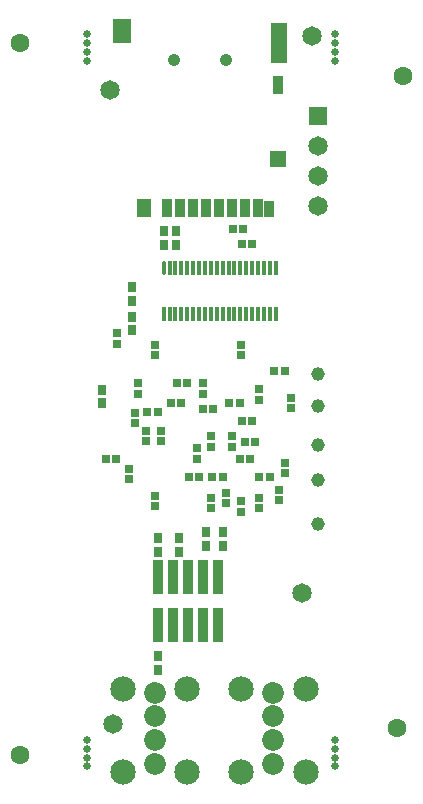
<source format=gbs>
G04*
G04 #@! TF.GenerationSoftware,Altium Limited,Altium Designer,21.8.1 (53)*
G04*
G04 Layer_Color=16711935*
%FSLAX25Y25*%
%MOIN*%
G70*
G04*
G04 #@! TF.SameCoordinates,1AEC3761-3BFF-49DB-B967-98B5A1D70BD2*
G04*
G04*
G04 #@! TF.FilePolarity,Negative*
G04*
G01*
G75*
%ADD50C,0.04528*%
%ADD51R,0.02953X0.03543*%
%ADD57R,0.03110X0.02953*%
%ADD60R,0.02953X0.03110*%
%ADD62C,0.06496*%
%ADD63C,0.02559*%
%ADD64C,0.06299*%
%ADD65R,0.06496X0.06496*%
%ADD66C,0.07284*%
%ADD67C,0.08465*%
%ADD68C,0.04134*%
%ADD91R,0.03504X0.11575*%
G04:AMPARAMS|DCode=92|XSize=45.28mil|YSize=15.75mil|CornerRadius=5.41mil|HoleSize=0mil|Usage=FLASHONLY|Rotation=270.000|XOffset=0mil|YOffset=0mil|HoleType=Round|Shape=RoundedRectangle|*
%AMROUNDEDRECTD92*
21,1,0.04528,0.00492,0,0,270.0*
21,1,0.03445,0.01575,0,0,270.0*
1,1,0.01083,-0.00246,-0.01722*
1,1,0.01083,-0.00246,0.01722*
1,1,0.01083,0.00246,0.01722*
1,1,0.01083,0.00246,-0.01722*
%
%ADD92ROUNDEDRECTD92*%
%ADD93R,0.01575X0.04528*%
%ADD94R,0.03740X0.06102*%
%ADD95R,0.05315X0.05315*%
%ADD96R,0.05315X0.13189*%
%ADD97R,0.06496X0.08071*%
%ADD98R,0.04528X0.06102*%
%ADD99R,0.03347X0.05315*%
%ADD100R,0.03347X0.06102*%
D50*
X76772Y117126D02*
D03*
Y128937D02*
D03*
Y141732D02*
D03*
Y152559D02*
D03*
Y102362D02*
D03*
D51*
X23622Y53839D02*
D03*
Y58366D02*
D03*
Y97736D02*
D03*
Y93209D02*
D03*
X45276Y99705D02*
D03*
Y95177D02*
D03*
X39370Y99705D02*
D03*
Y95177D02*
D03*
X4921Y142717D02*
D03*
Y147244D02*
D03*
X30512Y97736D02*
D03*
Y93209D02*
D03*
X14764Y181398D02*
D03*
Y176870D02*
D03*
Y167028D02*
D03*
Y171555D02*
D03*
X29528Y200098D02*
D03*
Y195571D02*
D03*
X25591Y200098D02*
D03*
Y195571D02*
D03*
D57*
X57087Y107756D02*
D03*
Y111221D02*
D03*
X63976Y113937D02*
D03*
Y110472D02*
D03*
X36417Y127717D02*
D03*
Y124252D02*
D03*
X48228Y131653D02*
D03*
Y128189D02*
D03*
X41339Y128189D02*
D03*
Y131653D02*
D03*
X51181Y106535D02*
D03*
Y110000D02*
D03*
X65945Y122795D02*
D03*
Y119331D02*
D03*
X15748Y139528D02*
D03*
Y136063D02*
D03*
X19685Y133622D02*
D03*
Y130157D02*
D03*
X16732Y149370D02*
D03*
Y145905D02*
D03*
X24606Y133622D02*
D03*
Y130157D02*
D03*
X13780Y117362D02*
D03*
Y120827D02*
D03*
X51181Y158701D02*
D03*
Y162165D02*
D03*
X22638Y162165D02*
D03*
Y158701D02*
D03*
Y108504D02*
D03*
Y111969D02*
D03*
X9843Y162638D02*
D03*
Y166102D02*
D03*
X57087Y147402D02*
D03*
Y143937D02*
D03*
X46260Y109488D02*
D03*
Y112953D02*
D03*
X41339Y111221D02*
D03*
Y107756D02*
D03*
X38386Y145905D02*
D03*
Y149370D02*
D03*
X67913Y140984D02*
D03*
Y144449D02*
D03*
D60*
X38386Y140748D02*
D03*
X41850D02*
D03*
X60787Y118110D02*
D03*
X57323D02*
D03*
X19921Y139764D02*
D03*
X23386D02*
D03*
X51417Y195866D02*
D03*
X54882D02*
D03*
X51929Y200787D02*
D03*
X48465D02*
D03*
X54882Y136811D02*
D03*
X51417D02*
D03*
X41575Y118110D02*
D03*
X45039D02*
D03*
X54331Y124016D02*
D03*
X50866D02*
D03*
X9606Y124016D02*
D03*
X6142D02*
D03*
X33228Y149606D02*
D03*
X29764D02*
D03*
X62244Y153543D02*
D03*
X65709D02*
D03*
X33701Y118110D02*
D03*
X37165D02*
D03*
X55866Y129921D02*
D03*
X52402D02*
D03*
X47244Y142717D02*
D03*
X50709D02*
D03*
X31260D02*
D03*
X27795D02*
D03*
D62*
X71612Y79605D02*
D03*
X8563Y35925D02*
D03*
X74689Y265112D02*
D03*
X7465Y247100D02*
D03*
X76772Y208504D02*
D03*
Y218504D02*
D03*
Y228504D02*
D03*
D63*
X0Y21654D02*
D03*
Y24606D02*
D03*
Y27559D02*
D03*
Y30512D02*
D03*
X82677Y21654D02*
D03*
Y24606D02*
D03*
Y27559D02*
D03*
Y30512D02*
D03*
Y265748D02*
D03*
Y262795D02*
D03*
Y259842D02*
D03*
Y256890D02*
D03*
X0D02*
D03*
Y259842D02*
D03*
Y262795D02*
D03*
Y265748D02*
D03*
D64*
X-22638Y25591D02*
D03*
X105315Y251969D02*
D03*
X103347Y34449D02*
D03*
X-22638Y262795D02*
D03*
D65*
X76772Y238504D02*
D03*
D66*
X22638Y22638D02*
D03*
Y38386D02*
D03*
Y30512D02*
D03*
Y46260D02*
D03*
X62008Y22638D02*
D03*
Y38386D02*
D03*
Y30512D02*
D03*
Y46260D02*
D03*
D67*
X33346Y19764D02*
D03*
X11929D02*
D03*
Y47323D02*
D03*
X33346D02*
D03*
X72716Y19764D02*
D03*
X51299D02*
D03*
Y47323D02*
D03*
X72716D02*
D03*
D68*
X28740Y257279D02*
D03*
X46063D02*
D03*
D91*
X43465Y84784D02*
D03*
X38465D02*
D03*
X33465D02*
D03*
X28465D02*
D03*
X23465D02*
D03*
Y68760D02*
D03*
X28465D02*
D03*
X33465D02*
D03*
X38465D02*
D03*
X43465D02*
D03*
D92*
X25394Y187795D02*
D03*
D93*
X27362D02*
D03*
X29331D02*
D03*
X31299D02*
D03*
X33268D02*
D03*
X35236D02*
D03*
X37205D02*
D03*
X39173D02*
D03*
X41142D02*
D03*
X43110D02*
D03*
X45079D02*
D03*
X47047D02*
D03*
X49016D02*
D03*
X50984D02*
D03*
X52953D02*
D03*
X54921D02*
D03*
X56890D02*
D03*
X58858D02*
D03*
X60827D02*
D03*
X62795D02*
D03*
X25394Y172441D02*
D03*
X27362D02*
D03*
X29331D02*
D03*
X31299D02*
D03*
X33268D02*
D03*
X35236D02*
D03*
X37205D02*
D03*
X39173D02*
D03*
X41142D02*
D03*
X43110D02*
D03*
X45079D02*
D03*
X47047D02*
D03*
X49016D02*
D03*
X50984D02*
D03*
X52953D02*
D03*
X54921D02*
D03*
X56890D02*
D03*
X58858D02*
D03*
X60827D02*
D03*
X62795D02*
D03*
D94*
X63386Y248721D02*
D03*
D95*
Y224311D02*
D03*
D96*
X63779Y262894D02*
D03*
D97*
X11417Y266831D02*
D03*
D98*
X18898Y207776D02*
D03*
D99*
X60433Y207382D02*
D03*
D100*
X56693Y207776D02*
D03*
X52362D02*
D03*
X48031D02*
D03*
X43701D02*
D03*
X39370D02*
D03*
X35039D02*
D03*
X30709D02*
D03*
X26378D02*
D03*
M02*

</source>
